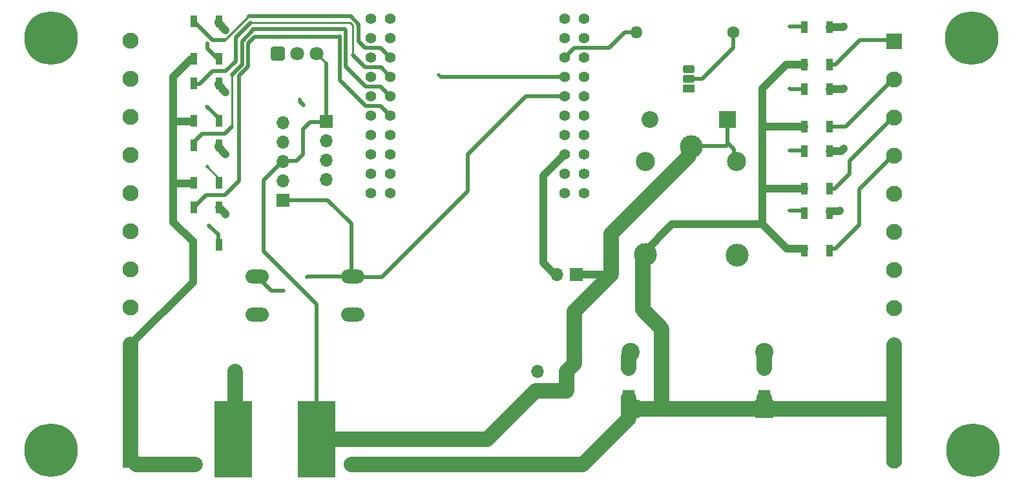
<source format=gtl>
G04 #@! TF.GenerationSoftware,KiCad,Pcbnew,7.0.2-6a45011f42~172~ubuntu22.04.1*
G04 #@! TF.CreationDate,2023-05-15T00:50:53+02:00*
G04 #@! TF.ProjectId,ESP32_mini_8Port_WLED,45535033-325f-46d6-996e-695f38506f72,rev?*
G04 #@! TF.SameCoordinates,Original*
G04 #@! TF.FileFunction,Copper,L1,Top*
G04 #@! TF.FilePolarity,Positive*
%FSLAX46Y46*%
G04 Gerber Fmt 4.6, Leading zero omitted, Abs format (unit mm)*
G04 Created by KiCad (PCBNEW 7.0.2-6a45011f42~172~ubuntu22.04.1) date 2023-05-15 00:50:53*
%MOMM*%
%LPD*%
G01*
G04 APERTURE LIST*
G04 Aperture macros list*
%AMRoundRect*
0 Rectangle with rounded corners*
0 $1 Rounding radius*
0 $2 $3 $4 $5 $6 $7 $8 $9 X,Y pos of 4 corners*
0 Add a 4 corners polygon primitive as box body*
4,1,4,$2,$3,$4,$5,$6,$7,$8,$9,$2,$3,0*
0 Add four circle primitives for the rounded corners*
1,1,$1+$1,$2,$3*
1,1,$1+$1,$4,$5*
1,1,$1+$1,$6,$7*
1,1,$1+$1,$8,$9*
0 Add four rect primitives between the rounded corners*
20,1,$1+$1,$2,$3,$4,$5,0*
20,1,$1+$1,$4,$5,$6,$7,0*
20,1,$1+$1,$6,$7,$8,$9,0*
20,1,$1+$1,$8,$9,$2,$3,0*%
G04 Aperture macros list end*
G04 #@! TA.AperFunction,ComponentPad*
%ADD10R,1.600000X1.600000*%
G04 #@! TD*
G04 #@! TA.AperFunction,ComponentPad*
%ADD11C,1.600000*%
G04 #@! TD*
G04 #@! TA.AperFunction,ComponentPad*
%ADD12R,2.400000X2.400000*%
G04 #@! TD*
G04 #@! TA.AperFunction,ComponentPad*
%ADD13C,2.400000*%
G04 #@! TD*
G04 #@! TA.AperFunction,ComponentPad*
%ADD14R,1.500000X1.050000*%
G04 #@! TD*
G04 #@! TA.AperFunction,ComponentPad*
%ADD15RoundRect,0.262500X0.487500X-0.262500X0.487500X0.262500X-0.487500X0.262500X-0.487500X-0.262500X0*%
G04 #@! TD*
G04 #@! TA.AperFunction,ComponentPad*
%ADD16R,1.700000X1.700000*%
G04 #@! TD*
G04 #@! TA.AperFunction,ComponentPad*
%ADD17O,1.700000X1.700000*%
G04 #@! TD*
G04 #@! TA.AperFunction,ComponentPad*
%ADD18RoundRect,0.250200X-0.649800X-0.649800X0.649800X-0.649800X0.649800X0.649800X-0.649800X0.649800X0*%
G04 #@! TD*
G04 #@! TA.AperFunction,ComponentPad*
%ADD19C,1.800000*%
G04 #@! TD*
G04 #@! TA.AperFunction,ComponentPad*
%ADD20O,3.048000X1.850000*%
G04 #@! TD*
G04 #@! TA.AperFunction,ComponentPad*
%ADD21O,1.600000X1.600000*%
G04 #@! TD*
G04 #@! TA.AperFunction,ComponentPad*
%ADD22C,3.000000*%
G04 #@! TD*
G04 #@! TA.AperFunction,ComponentPad*
%ADD23C,2.500000*%
G04 #@! TD*
G04 #@! TA.AperFunction,ComponentPad*
%ADD24C,2.100000*%
G04 #@! TD*
G04 #@! TA.AperFunction,ComponentPad*
%ADD25R,2.100000X2.100000*%
G04 #@! TD*
G04 #@! TA.AperFunction,ComponentPad*
%ADD26R,2.200000X2.200000*%
G04 #@! TD*
G04 #@! TA.AperFunction,ComponentPad*
%ADD27O,2.200000X2.200000*%
G04 #@! TD*
G04 #@! TA.AperFunction,SMDPad,CuDef*
%ADD28R,0.900000X1.500000*%
G04 #@! TD*
G04 #@! TA.AperFunction,ComponentPad*
%ADD29C,1.400000*%
G04 #@! TD*
G04 #@! TA.AperFunction,ComponentPad*
%ADD30C,0.800000*%
G04 #@! TD*
G04 #@! TA.AperFunction,ComponentPad*
%ADD31C,7.000000*%
G04 #@! TD*
G04 #@! TA.AperFunction,SMDPad,CuDef*
%ADD32R,5.000000X10.000000*%
G04 #@! TD*
G04 #@! TA.AperFunction,BGAPad,CuDef*
%ADD33R,5.000000X10.000000*%
G04 #@! TD*
G04 #@! TA.AperFunction,ViaPad*
%ADD34C,0.500000*%
G04 #@! TD*
G04 #@! TA.AperFunction,ViaPad*
%ADD35C,1.000000*%
G04 #@! TD*
G04 #@! TA.AperFunction,ViaPad*
%ADD36C,2.000000*%
G04 #@! TD*
G04 #@! TA.AperFunction,Conductor*
%ADD37C,1.000000*%
G04 #@! TD*
G04 #@! TA.AperFunction,Conductor*
%ADD38C,0.500000*%
G04 #@! TD*
G04 #@! TA.AperFunction,Conductor*
%ADD39C,0.250000*%
G04 #@! TD*
G04 #@! TA.AperFunction,Conductor*
%ADD40C,2.000000*%
G04 #@! TD*
G04 APERTURE END LIST*
D10*
X155702000Y-128214000D03*
D11*
X155702000Y-124714000D03*
D10*
X173482000Y-128214000D03*
D11*
X173482000Y-124714000D03*
D12*
X155956000Y-129928000D03*
D13*
X155956000Y-122428000D03*
D12*
X173482000Y-129928000D03*
D13*
X173482000Y-122428000D03*
D14*
X163576000Y-87884000D03*
D15*
X163576000Y-86614000D03*
X163576000Y-85344000D03*
D16*
X143764000Y-127508000D03*
D17*
X143764000Y-124968000D03*
X110370000Y-92350000D03*
X110370000Y-94890000D03*
X110370000Y-97430000D03*
X110370000Y-99970000D03*
D16*
X110370000Y-102510000D03*
X116103000Y-92212000D03*
D17*
X116103000Y-94752000D03*
X116103000Y-97292000D03*
X116103000Y-99832000D03*
D16*
X148844000Y-112268000D03*
D17*
X146304000Y-112268000D03*
D18*
X109728000Y-83303000D03*
D19*
X112268000Y-83303000D03*
X114808000Y-83303000D03*
D20*
X119524000Y-117562000D03*
X107024000Y-117562000D03*
X119524000Y-112562000D03*
X107024000Y-112562000D03*
D21*
X156718000Y-80518000D03*
D11*
X169418000Y-80518000D03*
D22*
X163926000Y-95528000D03*
D23*
X157876000Y-97478000D03*
D22*
X157876000Y-109678000D03*
X169926000Y-109728000D03*
D23*
X169876000Y-97478000D03*
D24*
X90424000Y-81586000D03*
X90424000Y-86586000D03*
X90424000Y-91586000D03*
X90424000Y-96586000D03*
X90424000Y-101586000D03*
X90424000Y-106586000D03*
X90424000Y-111586000D03*
X90424000Y-116586000D03*
X90424000Y-121586000D03*
X90424000Y-126586000D03*
X90424000Y-131586000D03*
D25*
X90424000Y-136586000D03*
D24*
X190500000Y-136680000D03*
X190500000Y-131680000D03*
X190500000Y-126680000D03*
X190500000Y-121680000D03*
X190500000Y-116680000D03*
X190500000Y-111680000D03*
X190500000Y-106680000D03*
X190500000Y-101680000D03*
X190500000Y-96680000D03*
X190500000Y-91680000D03*
X190500000Y-86680000D03*
D25*
X190500000Y-81680000D03*
D26*
X168656000Y-91948000D03*
D27*
X158496000Y-91948000D03*
D28*
X98680000Y-83984000D03*
X101980000Y-83984000D03*
X101980000Y-79084000D03*
X98680000Y-79084000D03*
X98680000Y-92112000D03*
X101980000Y-92112000D03*
X101980000Y-87212000D03*
X98680000Y-87212000D03*
X98680000Y-100240000D03*
X101980000Y-100240000D03*
X101980000Y-95340000D03*
X98680000Y-95340000D03*
X98680000Y-108368000D03*
X101980000Y-108368000D03*
X101980000Y-103468000D03*
X98680000Y-103468000D03*
X178690000Y-109130000D03*
X181990000Y-109130000D03*
X181990000Y-104230000D03*
X178690000Y-104230000D03*
X178690000Y-101002000D03*
X181990000Y-101002000D03*
X181990000Y-96102000D03*
X178690000Y-96102000D03*
X178690000Y-92874000D03*
X181990000Y-92874000D03*
X181990000Y-87974000D03*
X178690000Y-87974000D03*
D29*
X124460000Y-78740000D03*
X121920000Y-78740000D03*
X121920000Y-81280000D03*
X124460000Y-81280000D03*
X121920000Y-83820000D03*
X124460000Y-83820000D03*
X121920000Y-86360000D03*
X124460000Y-86360000D03*
X121920000Y-88900000D03*
X124460000Y-88900000D03*
X121920000Y-91440000D03*
X124460000Y-91440000D03*
X121920000Y-93980000D03*
X124460000Y-93980000D03*
X121920000Y-96520000D03*
X124460000Y-96520000D03*
X121920000Y-99060000D03*
X124460000Y-99060000D03*
X121920000Y-101600000D03*
X124460000Y-101600000D03*
X147320000Y-78740000D03*
X149860000Y-78740000D03*
X147320000Y-81280000D03*
X149860000Y-81280000D03*
X147320000Y-83820000D03*
X149860000Y-83820000D03*
X147320000Y-86360000D03*
X149860000Y-86360000D03*
X147320000Y-88900000D03*
X149860000Y-88900000D03*
X147320000Y-91440000D03*
X149860000Y-91440000D03*
X147320000Y-93980000D03*
X149860000Y-93980000D03*
X147320000Y-96520000D03*
X149860000Y-96520000D03*
X147320000Y-99060000D03*
X149860000Y-99060000D03*
X147320000Y-101600000D03*
X149860000Y-101600000D03*
D28*
X178690000Y-84746000D03*
X181990000Y-84746000D03*
X181990000Y-79846000D03*
X178690000Y-79846000D03*
D30*
X198035000Y-81280000D03*
X198803845Y-79423845D03*
X198803845Y-83136155D03*
X200660000Y-78655000D03*
D31*
X200660000Y-81280000D03*
X200660000Y-81280000D03*
D30*
X200660000Y-83905000D03*
X202516155Y-79423845D03*
X202516155Y-83136155D03*
X203285000Y-81280000D03*
D32*
X103886000Y-133858000D03*
D30*
X77385000Y-135297000D03*
X78153845Y-133440845D03*
X78153845Y-137153155D03*
X80010000Y-132672000D03*
D31*
X80010000Y-135297000D03*
X80010000Y-135297000D03*
D30*
X80010000Y-137922000D03*
X81866155Y-133440845D03*
X81866155Y-137153155D03*
X82635000Y-135297000D03*
X77385000Y-81280000D03*
X78153845Y-79423845D03*
X78153845Y-83136155D03*
X80010000Y-78655000D03*
D31*
X80010000Y-81280000D03*
X80010000Y-81280000D03*
D30*
X80010000Y-83905000D03*
X81866155Y-79423845D03*
X81866155Y-83136155D03*
X82635000Y-81280000D03*
D33*
X114808000Y-133858000D03*
D30*
X198210845Y-135303845D03*
X198979690Y-133447690D03*
X198979690Y-137160000D03*
X200835845Y-132678845D03*
D31*
X200835845Y-135303845D03*
X200835845Y-135303845D03*
D30*
X200835845Y-137928845D03*
X202692000Y-133447690D03*
X202692000Y-137160000D03*
X203460845Y-135303845D03*
D34*
X110450000Y-114430000D03*
X113540000Y-112620000D03*
D35*
X183896000Y-87884000D03*
D34*
X176784000Y-87884000D03*
X113100000Y-90125000D03*
D36*
X119360000Y-137170000D03*
D35*
X183388000Y-103886000D03*
D34*
X100675000Y-105825000D03*
D35*
X102870000Y-96520000D03*
X102870000Y-104394000D03*
D34*
X176784000Y-79756000D03*
X100400000Y-90225000D03*
D35*
X102870000Y-80264000D03*
D34*
X176784000Y-103886000D03*
X130825000Y-86125000D03*
D36*
X98900000Y-137175000D03*
X104140000Y-124968000D03*
D34*
X112575000Y-89350000D03*
D35*
X183896000Y-79756000D03*
D34*
X100450000Y-98175000D03*
D35*
X183896000Y-95758000D03*
X102870000Y-88392000D03*
D34*
X100450000Y-81975000D03*
X176784000Y-96012000D03*
D37*
X102870000Y-104394000D02*
X102870000Y-104358000D01*
X102870000Y-104358000D02*
X101980000Y-103468000D01*
D38*
X110450000Y-114430000D02*
X108892000Y-114430000D01*
X108892000Y-114430000D02*
X107024000Y-112562000D01*
X119524000Y-112562000D02*
X113598000Y-112562000D01*
X113598000Y-112562000D02*
X113540000Y-112620000D01*
X147320000Y-88900000D02*
X142240000Y-88900000D01*
X119335000Y-112650000D02*
X119335000Y-105615000D01*
X142240000Y-88900000D02*
X134620000Y-96520000D01*
X116230000Y-102510000D02*
X110370000Y-102510000D01*
X134620000Y-96520000D02*
X134620000Y-101346000D01*
X134620000Y-101346000D02*
X123316000Y-112650000D01*
X123316000Y-112650000D02*
X119335000Y-112650000D01*
X119335000Y-105615000D02*
X116230000Y-102510000D01*
D39*
X114808000Y-83303000D02*
X116103000Y-84598000D01*
D38*
X116103000Y-84598000D02*
X116103000Y-92212000D01*
D37*
X148844000Y-112268000D02*
X153416000Y-112268000D01*
D38*
X110375000Y-97340000D02*
X107840000Y-99875000D01*
X107840000Y-99875000D02*
X107840000Y-109190000D01*
X107840000Y-109190000D02*
X114808000Y-116158000D01*
X114808000Y-116158000D02*
X114808000Y-133858000D01*
X181990000Y-101002000D02*
X182790000Y-101002000D01*
D40*
X155702000Y-129928000D02*
X190380000Y-129928000D01*
D37*
X101900000Y-79170000D02*
X101900000Y-79294000D01*
X96012000Y-105410000D02*
X96012000Y-86360000D01*
D38*
X176784000Y-103886000D02*
X178600000Y-103886000D01*
X123225000Y-85125000D02*
X124460000Y-86360000D01*
X99800000Y-93800000D02*
X102775000Y-93800000D01*
D40*
X147574000Y-124968000D02*
X148590000Y-123952000D01*
X153416000Y-112268000D02*
X153416000Y-106934000D01*
D38*
X163174000Y-86614000D02*
X165354000Y-86614000D01*
D39*
X176874000Y-87974000D02*
X176784000Y-87884000D01*
D38*
X105025000Y-81675000D02*
X106450000Y-80250000D01*
X102900000Y-85625000D02*
X104175000Y-84350000D01*
X182790000Y-108876000D02*
X181990000Y-108876000D01*
X131060000Y-86360000D02*
X147320000Y-86360000D01*
D37*
X173228000Y-105664000D02*
X173228000Y-87884000D01*
X96016000Y-100326000D02*
X96012000Y-100330000D01*
X183298000Y-103976000D02*
X183388000Y-103886000D01*
D40*
X149720000Y-137170000D02*
X155702000Y-131188000D01*
D38*
X168520000Y-95386000D02*
X163576000Y-95386000D01*
X181990000Y-84746000D02*
X182790000Y-84746000D01*
D37*
X176366000Y-84746000D02*
X178690000Y-84746000D01*
D40*
X160020000Y-119380000D02*
X160020000Y-129928000D01*
X155702000Y-128468000D02*
X155702000Y-131188000D01*
X173482000Y-129928000D02*
X173482000Y-128468000D01*
D38*
X112575000Y-89600000D02*
X113100000Y-90125000D01*
X186016000Y-81520000D02*
X190500000Y-81520000D01*
X105850000Y-84975000D02*
X105850000Y-81950000D01*
D37*
X173228000Y-105664000D02*
X161398000Y-105664000D01*
D38*
X121275000Y-90175000D02*
X123195000Y-90175000D01*
X121150000Y-85125000D02*
X123225000Y-85125000D01*
X185928000Y-101092000D02*
X185928000Y-105738000D01*
D40*
X119360000Y-137170000D02*
X149720000Y-137170000D01*
D38*
X98925000Y-103300000D02*
X100350000Y-101875000D01*
D37*
X181990000Y-87974000D02*
X183806000Y-87974000D01*
D38*
X184658000Y-97362000D02*
X184658000Y-99060000D01*
X184146000Y-92874000D02*
X190500000Y-86520000D01*
X106650000Y-81150000D02*
X117775000Y-81150000D01*
X120325000Y-81750000D02*
X120325000Y-79500000D01*
X147320000Y-83820000D02*
X148590000Y-82550000D01*
D37*
X176440000Y-108876000D02*
X173228000Y-105664000D01*
X183552000Y-96102000D02*
X183896000Y-95758000D01*
X178690000Y-108876000D02*
X176440000Y-108876000D01*
D40*
X190380000Y-129928000D02*
X190500000Y-130048000D01*
D38*
X104625000Y-100025000D02*
X104625000Y-86200000D01*
X178690000Y-87974000D02*
X176874000Y-87974000D01*
D39*
X101900000Y-99625000D02*
X100450000Y-98175000D01*
D40*
X90424000Y-136440000D02*
X90424000Y-121440000D01*
X148590000Y-123952000D02*
X148590000Y-117094000D01*
D38*
X101900000Y-84070000D02*
X100450000Y-82620000D01*
X182790000Y-84746000D02*
X186016000Y-81520000D01*
D40*
X143535000Y-127508000D02*
X147574000Y-127508000D01*
D38*
X117850000Y-81075000D02*
X117850000Y-86750000D01*
D37*
X144526000Y-110744000D02*
X144526000Y-99314000D01*
D38*
X101900000Y-91725000D02*
X100400000Y-90225000D01*
X98600000Y-95000000D02*
X99800000Y-93800000D01*
D37*
X161398000Y-105664000D02*
X157526000Y-109536000D01*
D38*
X168656000Y-94996000D02*
X168656000Y-91694000D01*
X112210000Y-97340000D02*
X113030000Y-96520000D01*
X101900000Y-107050000D02*
X100675000Y-105825000D01*
D40*
X190500000Y-136520000D02*
X190500000Y-121520000D01*
D38*
X184658000Y-99060000D02*
X182790000Y-100928000D01*
X165354000Y-86614000D02*
X169418000Y-82550000D01*
X124460000Y-83820000D02*
X123190000Y-82550000D01*
D37*
X145796000Y-112014000D02*
X144526000Y-110744000D01*
D38*
X121200000Y-87625000D02*
X123185000Y-87625000D01*
D37*
X181990000Y-96102000D02*
X183552000Y-96102000D01*
D39*
X118500000Y-80125000D02*
X118625000Y-80250000D01*
D38*
X168656000Y-94996000D02*
X169526000Y-95866000D01*
D37*
X101900000Y-87298000D02*
X101900000Y-87422000D01*
D38*
X110375000Y-97340000D02*
X112210000Y-97340000D01*
D40*
X157526000Y-116886000D02*
X160020000Y-119380000D01*
D39*
X112575000Y-89350000D02*
X112575000Y-89600000D01*
D40*
X173482000Y-123056000D02*
X173482000Y-124516000D01*
D38*
X176784000Y-79756000D02*
X178600000Y-79756000D01*
X190500000Y-96520000D02*
X185928000Y-101092000D01*
D37*
X173318000Y-101002000D02*
X173228000Y-101092000D01*
D38*
X123195000Y-90175000D02*
X124460000Y-91440000D01*
D37*
X178690000Y-101002000D02*
X173318000Y-101002000D01*
D38*
X169418000Y-82550000D02*
X169418000Y-80518000D01*
X113030000Y-93218000D02*
X113988000Y-92260000D01*
X104175000Y-81200000D02*
X106125000Y-79250000D01*
X118625000Y-85050000D02*
X121200000Y-87625000D01*
X102800000Y-81575000D02*
X101200000Y-81575000D01*
X102775000Y-101875000D02*
X104625000Y-100025000D01*
D37*
X178690000Y-92874000D02*
X173646000Y-92874000D01*
D38*
X119275000Y-78450000D02*
X105925000Y-78450000D01*
X105025000Y-84750000D02*
X105025000Y-81675000D01*
D37*
X181990000Y-79846000D02*
X183806000Y-79846000D01*
D38*
X169526000Y-97336000D02*
X169526000Y-95866000D01*
X103700000Y-86075000D02*
X105025000Y-84750000D01*
D37*
X101900000Y-79294000D02*
X102870000Y-80264000D01*
X173228000Y-87884000D02*
X176366000Y-84746000D01*
D38*
X100450000Y-82620000D02*
X100450000Y-81975000D01*
D39*
X119550000Y-79625000D02*
X119550000Y-83525000D01*
D38*
X104175000Y-84350000D02*
X104175000Y-81200000D01*
X106450000Y-80125000D02*
X118500000Y-80125000D01*
X176784000Y-96012000D02*
X178600000Y-96012000D01*
D39*
X182790000Y-100928000D02*
X182790000Y-101002000D01*
X106450000Y-80250000D02*
X106450000Y-80125000D01*
D37*
X98600000Y-92198000D02*
X96016000Y-92198000D01*
D38*
X105850000Y-81950000D02*
X106650000Y-81150000D01*
D37*
X101900000Y-87422000D02*
X102870000Y-88392000D01*
D40*
X153416000Y-106934000D02*
X163576000Y-96774000D01*
X147574000Y-127508000D02*
X147574000Y-124968000D01*
D38*
X120325000Y-79500000D02*
X119275000Y-78450000D01*
D37*
X96012000Y-86360000D02*
X98302000Y-84070000D01*
D40*
X157526000Y-109536000D02*
X157526000Y-116886000D01*
D38*
X101200000Y-81575000D02*
X98795000Y-79170000D01*
D40*
X137185000Y-133858000D02*
X143535000Y-127508000D01*
D37*
X183806000Y-79846000D02*
X183896000Y-79756000D01*
D38*
X148590000Y-82550000D02*
X153162000Y-82550000D01*
X104625000Y-86200000D02*
X105850000Y-84975000D01*
D37*
X98600000Y-113264000D02*
X90424000Y-121440000D01*
D39*
X101900000Y-100326000D02*
X101900000Y-99625000D01*
D38*
X99477000Y-87298000D02*
X101150000Y-85625000D01*
D39*
X106125000Y-79250000D02*
X119175000Y-79250000D01*
D37*
X98600000Y-100326000D02*
X96016000Y-100326000D01*
D38*
X98600000Y-87298000D02*
X99477000Y-87298000D01*
X102775000Y-93800000D02*
X103700000Y-92875000D01*
D37*
X183806000Y-87974000D02*
X183896000Y-87884000D01*
D40*
X104140000Y-124968000D02*
X104140000Y-133604000D01*
X148590000Y-117094000D02*
X153416000Y-112268000D01*
D39*
X130825000Y-86125000D02*
X131060000Y-86360000D01*
D37*
X98600000Y-107998000D02*
X96012000Y-105410000D01*
D38*
X118625000Y-80250000D02*
X118625000Y-85050000D01*
X123190000Y-82550000D02*
X121125000Y-82550000D01*
X117850000Y-86750000D02*
X121275000Y-90175000D01*
X119550000Y-83525000D02*
X121150000Y-85125000D01*
D37*
X101900000Y-95426000D02*
X101900000Y-95550000D01*
D38*
X121125000Y-82550000D02*
X120325000Y-81750000D01*
X101900000Y-108200000D02*
X101900000Y-107050000D01*
D39*
X103700000Y-92875000D02*
X103700000Y-86075000D01*
D40*
X163576000Y-96774000D02*
X163576000Y-95386000D01*
D37*
X101900000Y-95550000D02*
X102870000Y-96520000D01*
X98302000Y-84070000D02*
X98600000Y-84070000D01*
D39*
X119175000Y-79250000D02*
X119550000Y-79625000D01*
D40*
X114808000Y-133858000D02*
X137185000Y-133858000D01*
X155702000Y-123056000D02*
X155702000Y-124516000D01*
D37*
X181990000Y-103976000D02*
X183298000Y-103976000D01*
D38*
X100350000Y-101875000D02*
X102775000Y-101875000D01*
X190500000Y-91520000D02*
X184658000Y-97362000D01*
X113988000Y-92260000D02*
X116050000Y-92260000D01*
X155194000Y-80518000D02*
X156718000Y-80518000D01*
X101150000Y-85625000D02*
X102900000Y-85625000D01*
D39*
X117775000Y-81150000D02*
X117850000Y-81075000D01*
D38*
X113030000Y-96520000D02*
X113030000Y-93218000D01*
D37*
X98600000Y-113264000D02*
X98600000Y-107998000D01*
D38*
X181990000Y-92874000D02*
X184146000Y-92874000D01*
D39*
X105925000Y-78450000D02*
X102800000Y-81575000D01*
D40*
X98900000Y-137175000D02*
X91159000Y-137175000D01*
D37*
X173646000Y-92874000D02*
X173228000Y-92456000D01*
D40*
X91159000Y-137175000D02*
X90424000Y-136440000D01*
D38*
X123185000Y-87625000D02*
X124460000Y-88900000D01*
X185928000Y-105738000D02*
X182790000Y-108876000D01*
X153162000Y-82550000D02*
X155194000Y-80518000D01*
D37*
X144526000Y-99314000D02*
X147320000Y-96520000D01*
D38*
X168783000Y-95123000D02*
X168520000Y-95386000D01*
M02*

</source>
